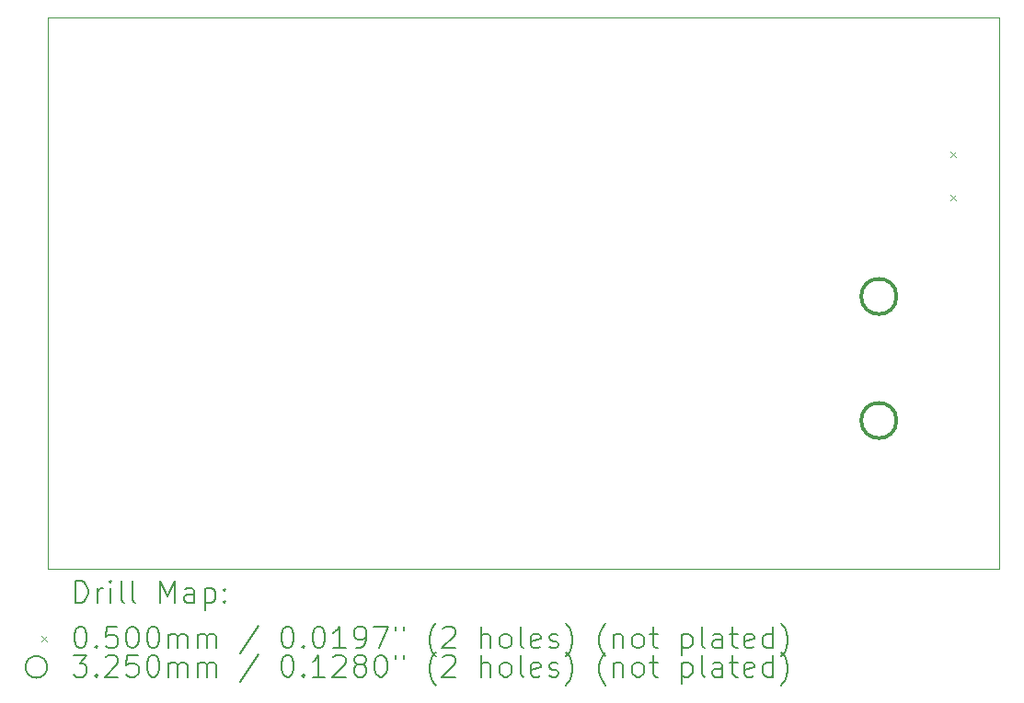
<source format=gbr>
%TF.GenerationSoftware,KiCad,Pcbnew,8.0.4*%
%TF.CreationDate,2024-09-14T16:47:45+09:00*%
%TF.ProjectId,100base-t1-converter,31303062-6173-4652-9d74-312d636f6e76,rev?*%
%TF.SameCoordinates,Original*%
%TF.FileFunction,Drillmap*%
%TF.FilePolarity,Positive*%
%FSLAX45Y45*%
G04 Gerber Fmt 4.5, Leading zero omitted, Abs format (unit mm)*
G04 Created by KiCad (PCBNEW 8.0.4) date 2024-09-14 16:47:45*
%MOMM*%
%LPD*%
G01*
G04 APERTURE LIST*
%ADD10C,0.050000*%
%ADD11C,0.200000*%
%ADD12C,0.100000*%
%ADD13C,0.325000*%
G04 APERTURE END LIST*
D10*
X16480000Y-12160000D02*
X25240000Y-12160000D01*
X16480000Y-7080000D02*
X16480000Y-12160000D01*
X25240000Y-7080000D02*
X16480000Y-7080000D01*
X25240000Y-12160000D02*
X25240000Y-7080000D01*
D11*
D12*
X24787000Y-8317000D02*
X24837000Y-8367000D01*
X24837000Y-8317000D02*
X24787000Y-8367000D01*
X24787000Y-8717000D02*
X24837000Y-8767000D01*
X24837000Y-8717000D02*
X24787000Y-8767000D01*
D13*
X24293500Y-9652500D02*
G75*
G02*
X23968500Y-9652500I-162500J0D01*
G01*
X23968500Y-9652500D02*
G75*
G02*
X24293500Y-9652500I162500J0D01*
G01*
X24293500Y-10795500D02*
G75*
G02*
X23968500Y-10795500I-162500J0D01*
G01*
X23968500Y-10795500D02*
G75*
G02*
X24293500Y-10795500I162500J0D01*
G01*
D11*
X16738277Y-12473984D02*
X16738277Y-12273984D01*
X16738277Y-12273984D02*
X16785896Y-12273984D01*
X16785896Y-12273984D02*
X16814467Y-12283508D01*
X16814467Y-12283508D02*
X16833515Y-12302555D01*
X16833515Y-12302555D02*
X16843039Y-12321603D01*
X16843039Y-12321603D02*
X16852563Y-12359698D01*
X16852563Y-12359698D02*
X16852563Y-12388269D01*
X16852563Y-12388269D02*
X16843039Y-12426365D01*
X16843039Y-12426365D02*
X16833515Y-12445412D01*
X16833515Y-12445412D02*
X16814467Y-12464460D01*
X16814467Y-12464460D02*
X16785896Y-12473984D01*
X16785896Y-12473984D02*
X16738277Y-12473984D01*
X16938277Y-12473984D02*
X16938277Y-12340650D01*
X16938277Y-12378746D02*
X16947801Y-12359698D01*
X16947801Y-12359698D02*
X16957324Y-12350174D01*
X16957324Y-12350174D02*
X16976372Y-12340650D01*
X16976372Y-12340650D02*
X16995420Y-12340650D01*
X17062086Y-12473984D02*
X17062086Y-12340650D01*
X17062086Y-12273984D02*
X17052563Y-12283508D01*
X17052563Y-12283508D02*
X17062086Y-12293031D01*
X17062086Y-12293031D02*
X17071610Y-12283508D01*
X17071610Y-12283508D02*
X17062086Y-12273984D01*
X17062086Y-12273984D02*
X17062086Y-12293031D01*
X17185896Y-12473984D02*
X17166848Y-12464460D01*
X17166848Y-12464460D02*
X17157324Y-12445412D01*
X17157324Y-12445412D02*
X17157324Y-12273984D01*
X17290658Y-12473984D02*
X17271610Y-12464460D01*
X17271610Y-12464460D02*
X17262086Y-12445412D01*
X17262086Y-12445412D02*
X17262086Y-12273984D01*
X17519229Y-12473984D02*
X17519229Y-12273984D01*
X17519229Y-12273984D02*
X17585896Y-12416841D01*
X17585896Y-12416841D02*
X17652563Y-12273984D01*
X17652563Y-12273984D02*
X17652563Y-12473984D01*
X17833515Y-12473984D02*
X17833515Y-12369222D01*
X17833515Y-12369222D02*
X17823991Y-12350174D01*
X17823991Y-12350174D02*
X17804944Y-12340650D01*
X17804944Y-12340650D02*
X17766848Y-12340650D01*
X17766848Y-12340650D02*
X17747801Y-12350174D01*
X17833515Y-12464460D02*
X17814467Y-12473984D01*
X17814467Y-12473984D02*
X17766848Y-12473984D01*
X17766848Y-12473984D02*
X17747801Y-12464460D01*
X17747801Y-12464460D02*
X17738277Y-12445412D01*
X17738277Y-12445412D02*
X17738277Y-12426365D01*
X17738277Y-12426365D02*
X17747801Y-12407317D01*
X17747801Y-12407317D02*
X17766848Y-12397793D01*
X17766848Y-12397793D02*
X17814467Y-12397793D01*
X17814467Y-12397793D02*
X17833515Y-12388269D01*
X17928753Y-12340650D02*
X17928753Y-12540650D01*
X17928753Y-12350174D02*
X17947801Y-12340650D01*
X17947801Y-12340650D02*
X17985896Y-12340650D01*
X17985896Y-12340650D02*
X18004944Y-12350174D01*
X18004944Y-12350174D02*
X18014467Y-12359698D01*
X18014467Y-12359698D02*
X18023991Y-12378746D01*
X18023991Y-12378746D02*
X18023991Y-12435888D01*
X18023991Y-12435888D02*
X18014467Y-12454936D01*
X18014467Y-12454936D02*
X18004944Y-12464460D01*
X18004944Y-12464460D02*
X17985896Y-12473984D01*
X17985896Y-12473984D02*
X17947801Y-12473984D01*
X17947801Y-12473984D02*
X17928753Y-12464460D01*
X18109705Y-12454936D02*
X18119229Y-12464460D01*
X18119229Y-12464460D02*
X18109705Y-12473984D01*
X18109705Y-12473984D02*
X18100182Y-12464460D01*
X18100182Y-12464460D02*
X18109705Y-12454936D01*
X18109705Y-12454936D02*
X18109705Y-12473984D01*
X18109705Y-12350174D02*
X18119229Y-12359698D01*
X18119229Y-12359698D02*
X18109705Y-12369222D01*
X18109705Y-12369222D02*
X18100182Y-12359698D01*
X18100182Y-12359698D02*
X18109705Y-12350174D01*
X18109705Y-12350174D02*
X18109705Y-12369222D01*
D12*
X16427500Y-12777500D02*
X16477500Y-12827500D01*
X16477500Y-12777500D02*
X16427500Y-12827500D01*
D11*
X16776372Y-12693984D02*
X16795420Y-12693984D01*
X16795420Y-12693984D02*
X16814467Y-12703508D01*
X16814467Y-12703508D02*
X16823991Y-12713031D01*
X16823991Y-12713031D02*
X16833515Y-12732079D01*
X16833515Y-12732079D02*
X16843039Y-12770174D01*
X16843039Y-12770174D02*
X16843039Y-12817793D01*
X16843039Y-12817793D02*
X16833515Y-12855888D01*
X16833515Y-12855888D02*
X16823991Y-12874936D01*
X16823991Y-12874936D02*
X16814467Y-12884460D01*
X16814467Y-12884460D02*
X16795420Y-12893984D01*
X16795420Y-12893984D02*
X16776372Y-12893984D01*
X16776372Y-12893984D02*
X16757324Y-12884460D01*
X16757324Y-12884460D02*
X16747801Y-12874936D01*
X16747801Y-12874936D02*
X16738277Y-12855888D01*
X16738277Y-12855888D02*
X16728753Y-12817793D01*
X16728753Y-12817793D02*
X16728753Y-12770174D01*
X16728753Y-12770174D02*
X16738277Y-12732079D01*
X16738277Y-12732079D02*
X16747801Y-12713031D01*
X16747801Y-12713031D02*
X16757324Y-12703508D01*
X16757324Y-12703508D02*
X16776372Y-12693984D01*
X16928753Y-12874936D02*
X16938277Y-12884460D01*
X16938277Y-12884460D02*
X16928753Y-12893984D01*
X16928753Y-12893984D02*
X16919229Y-12884460D01*
X16919229Y-12884460D02*
X16928753Y-12874936D01*
X16928753Y-12874936D02*
X16928753Y-12893984D01*
X17119229Y-12693984D02*
X17023991Y-12693984D01*
X17023991Y-12693984D02*
X17014467Y-12789222D01*
X17014467Y-12789222D02*
X17023991Y-12779698D01*
X17023991Y-12779698D02*
X17043039Y-12770174D01*
X17043039Y-12770174D02*
X17090658Y-12770174D01*
X17090658Y-12770174D02*
X17109705Y-12779698D01*
X17109705Y-12779698D02*
X17119229Y-12789222D01*
X17119229Y-12789222D02*
X17128753Y-12808269D01*
X17128753Y-12808269D02*
X17128753Y-12855888D01*
X17128753Y-12855888D02*
X17119229Y-12874936D01*
X17119229Y-12874936D02*
X17109705Y-12884460D01*
X17109705Y-12884460D02*
X17090658Y-12893984D01*
X17090658Y-12893984D02*
X17043039Y-12893984D01*
X17043039Y-12893984D02*
X17023991Y-12884460D01*
X17023991Y-12884460D02*
X17014467Y-12874936D01*
X17252563Y-12693984D02*
X17271610Y-12693984D01*
X17271610Y-12693984D02*
X17290658Y-12703508D01*
X17290658Y-12703508D02*
X17300182Y-12713031D01*
X17300182Y-12713031D02*
X17309705Y-12732079D01*
X17309705Y-12732079D02*
X17319229Y-12770174D01*
X17319229Y-12770174D02*
X17319229Y-12817793D01*
X17319229Y-12817793D02*
X17309705Y-12855888D01*
X17309705Y-12855888D02*
X17300182Y-12874936D01*
X17300182Y-12874936D02*
X17290658Y-12884460D01*
X17290658Y-12884460D02*
X17271610Y-12893984D01*
X17271610Y-12893984D02*
X17252563Y-12893984D01*
X17252563Y-12893984D02*
X17233515Y-12884460D01*
X17233515Y-12884460D02*
X17223991Y-12874936D01*
X17223991Y-12874936D02*
X17214467Y-12855888D01*
X17214467Y-12855888D02*
X17204944Y-12817793D01*
X17204944Y-12817793D02*
X17204944Y-12770174D01*
X17204944Y-12770174D02*
X17214467Y-12732079D01*
X17214467Y-12732079D02*
X17223991Y-12713031D01*
X17223991Y-12713031D02*
X17233515Y-12703508D01*
X17233515Y-12703508D02*
X17252563Y-12693984D01*
X17443039Y-12693984D02*
X17462086Y-12693984D01*
X17462086Y-12693984D02*
X17481134Y-12703508D01*
X17481134Y-12703508D02*
X17490658Y-12713031D01*
X17490658Y-12713031D02*
X17500182Y-12732079D01*
X17500182Y-12732079D02*
X17509705Y-12770174D01*
X17509705Y-12770174D02*
X17509705Y-12817793D01*
X17509705Y-12817793D02*
X17500182Y-12855888D01*
X17500182Y-12855888D02*
X17490658Y-12874936D01*
X17490658Y-12874936D02*
X17481134Y-12884460D01*
X17481134Y-12884460D02*
X17462086Y-12893984D01*
X17462086Y-12893984D02*
X17443039Y-12893984D01*
X17443039Y-12893984D02*
X17423991Y-12884460D01*
X17423991Y-12884460D02*
X17414467Y-12874936D01*
X17414467Y-12874936D02*
X17404944Y-12855888D01*
X17404944Y-12855888D02*
X17395420Y-12817793D01*
X17395420Y-12817793D02*
X17395420Y-12770174D01*
X17395420Y-12770174D02*
X17404944Y-12732079D01*
X17404944Y-12732079D02*
X17414467Y-12713031D01*
X17414467Y-12713031D02*
X17423991Y-12703508D01*
X17423991Y-12703508D02*
X17443039Y-12693984D01*
X17595420Y-12893984D02*
X17595420Y-12760650D01*
X17595420Y-12779698D02*
X17604944Y-12770174D01*
X17604944Y-12770174D02*
X17623991Y-12760650D01*
X17623991Y-12760650D02*
X17652563Y-12760650D01*
X17652563Y-12760650D02*
X17671610Y-12770174D01*
X17671610Y-12770174D02*
X17681134Y-12789222D01*
X17681134Y-12789222D02*
X17681134Y-12893984D01*
X17681134Y-12789222D02*
X17690658Y-12770174D01*
X17690658Y-12770174D02*
X17709705Y-12760650D01*
X17709705Y-12760650D02*
X17738277Y-12760650D01*
X17738277Y-12760650D02*
X17757325Y-12770174D01*
X17757325Y-12770174D02*
X17766848Y-12789222D01*
X17766848Y-12789222D02*
X17766848Y-12893984D01*
X17862086Y-12893984D02*
X17862086Y-12760650D01*
X17862086Y-12779698D02*
X17871610Y-12770174D01*
X17871610Y-12770174D02*
X17890658Y-12760650D01*
X17890658Y-12760650D02*
X17919229Y-12760650D01*
X17919229Y-12760650D02*
X17938277Y-12770174D01*
X17938277Y-12770174D02*
X17947801Y-12789222D01*
X17947801Y-12789222D02*
X17947801Y-12893984D01*
X17947801Y-12789222D02*
X17957325Y-12770174D01*
X17957325Y-12770174D02*
X17976372Y-12760650D01*
X17976372Y-12760650D02*
X18004944Y-12760650D01*
X18004944Y-12760650D02*
X18023991Y-12770174D01*
X18023991Y-12770174D02*
X18033515Y-12789222D01*
X18033515Y-12789222D02*
X18033515Y-12893984D01*
X18423991Y-12684460D02*
X18252563Y-12941603D01*
X18681134Y-12693984D02*
X18700182Y-12693984D01*
X18700182Y-12693984D02*
X18719229Y-12703508D01*
X18719229Y-12703508D02*
X18728753Y-12713031D01*
X18728753Y-12713031D02*
X18738277Y-12732079D01*
X18738277Y-12732079D02*
X18747801Y-12770174D01*
X18747801Y-12770174D02*
X18747801Y-12817793D01*
X18747801Y-12817793D02*
X18738277Y-12855888D01*
X18738277Y-12855888D02*
X18728753Y-12874936D01*
X18728753Y-12874936D02*
X18719229Y-12884460D01*
X18719229Y-12884460D02*
X18700182Y-12893984D01*
X18700182Y-12893984D02*
X18681134Y-12893984D01*
X18681134Y-12893984D02*
X18662087Y-12884460D01*
X18662087Y-12884460D02*
X18652563Y-12874936D01*
X18652563Y-12874936D02*
X18643039Y-12855888D01*
X18643039Y-12855888D02*
X18633515Y-12817793D01*
X18633515Y-12817793D02*
X18633515Y-12770174D01*
X18633515Y-12770174D02*
X18643039Y-12732079D01*
X18643039Y-12732079D02*
X18652563Y-12713031D01*
X18652563Y-12713031D02*
X18662087Y-12703508D01*
X18662087Y-12703508D02*
X18681134Y-12693984D01*
X18833515Y-12874936D02*
X18843039Y-12884460D01*
X18843039Y-12884460D02*
X18833515Y-12893984D01*
X18833515Y-12893984D02*
X18823991Y-12884460D01*
X18823991Y-12884460D02*
X18833515Y-12874936D01*
X18833515Y-12874936D02*
X18833515Y-12893984D01*
X18966848Y-12693984D02*
X18985896Y-12693984D01*
X18985896Y-12693984D02*
X19004944Y-12703508D01*
X19004944Y-12703508D02*
X19014468Y-12713031D01*
X19014468Y-12713031D02*
X19023991Y-12732079D01*
X19023991Y-12732079D02*
X19033515Y-12770174D01*
X19033515Y-12770174D02*
X19033515Y-12817793D01*
X19033515Y-12817793D02*
X19023991Y-12855888D01*
X19023991Y-12855888D02*
X19014468Y-12874936D01*
X19014468Y-12874936D02*
X19004944Y-12884460D01*
X19004944Y-12884460D02*
X18985896Y-12893984D01*
X18985896Y-12893984D02*
X18966848Y-12893984D01*
X18966848Y-12893984D02*
X18947801Y-12884460D01*
X18947801Y-12884460D02*
X18938277Y-12874936D01*
X18938277Y-12874936D02*
X18928753Y-12855888D01*
X18928753Y-12855888D02*
X18919229Y-12817793D01*
X18919229Y-12817793D02*
X18919229Y-12770174D01*
X18919229Y-12770174D02*
X18928753Y-12732079D01*
X18928753Y-12732079D02*
X18938277Y-12713031D01*
X18938277Y-12713031D02*
X18947801Y-12703508D01*
X18947801Y-12703508D02*
X18966848Y-12693984D01*
X19223991Y-12893984D02*
X19109706Y-12893984D01*
X19166848Y-12893984D02*
X19166848Y-12693984D01*
X19166848Y-12693984D02*
X19147801Y-12722555D01*
X19147801Y-12722555D02*
X19128753Y-12741603D01*
X19128753Y-12741603D02*
X19109706Y-12751127D01*
X19319229Y-12893984D02*
X19357325Y-12893984D01*
X19357325Y-12893984D02*
X19376372Y-12884460D01*
X19376372Y-12884460D02*
X19385896Y-12874936D01*
X19385896Y-12874936D02*
X19404944Y-12846365D01*
X19404944Y-12846365D02*
X19414468Y-12808269D01*
X19414468Y-12808269D02*
X19414468Y-12732079D01*
X19414468Y-12732079D02*
X19404944Y-12713031D01*
X19404944Y-12713031D02*
X19395420Y-12703508D01*
X19395420Y-12703508D02*
X19376372Y-12693984D01*
X19376372Y-12693984D02*
X19338277Y-12693984D01*
X19338277Y-12693984D02*
X19319229Y-12703508D01*
X19319229Y-12703508D02*
X19309706Y-12713031D01*
X19309706Y-12713031D02*
X19300182Y-12732079D01*
X19300182Y-12732079D02*
X19300182Y-12779698D01*
X19300182Y-12779698D02*
X19309706Y-12798746D01*
X19309706Y-12798746D02*
X19319229Y-12808269D01*
X19319229Y-12808269D02*
X19338277Y-12817793D01*
X19338277Y-12817793D02*
X19376372Y-12817793D01*
X19376372Y-12817793D02*
X19395420Y-12808269D01*
X19395420Y-12808269D02*
X19404944Y-12798746D01*
X19404944Y-12798746D02*
X19414468Y-12779698D01*
X19481134Y-12693984D02*
X19614468Y-12693984D01*
X19614468Y-12693984D02*
X19528753Y-12893984D01*
X19681134Y-12693984D02*
X19681134Y-12732079D01*
X19757325Y-12693984D02*
X19757325Y-12732079D01*
X20052563Y-12970174D02*
X20043039Y-12960650D01*
X20043039Y-12960650D02*
X20023991Y-12932079D01*
X20023991Y-12932079D02*
X20014468Y-12913031D01*
X20014468Y-12913031D02*
X20004944Y-12884460D01*
X20004944Y-12884460D02*
X19995420Y-12836841D01*
X19995420Y-12836841D02*
X19995420Y-12798746D01*
X19995420Y-12798746D02*
X20004944Y-12751127D01*
X20004944Y-12751127D02*
X20014468Y-12722555D01*
X20014468Y-12722555D02*
X20023991Y-12703508D01*
X20023991Y-12703508D02*
X20043039Y-12674936D01*
X20043039Y-12674936D02*
X20052563Y-12665412D01*
X20119230Y-12713031D02*
X20128753Y-12703508D01*
X20128753Y-12703508D02*
X20147801Y-12693984D01*
X20147801Y-12693984D02*
X20195420Y-12693984D01*
X20195420Y-12693984D02*
X20214468Y-12703508D01*
X20214468Y-12703508D02*
X20223991Y-12713031D01*
X20223991Y-12713031D02*
X20233515Y-12732079D01*
X20233515Y-12732079D02*
X20233515Y-12751127D01*
X20233515Y-12751127D02*
X20223991Y-12779698D01*
X20223991Y-12779698D02*
X20109706Y-12893984D01*
X20109706Y-12893984D02*
X20233515Y-12893984D01*
X20471611Y-12893984D02*
X20471611Y-12693984D01*
X20557325Y-12893984D02*
X20557325Y-12789222D01*
X20557325Y-12789222D02*
X20547801Y-12770174D01*
X20547801Y-12770174D02*
X20528753Y-12760650D01*
X20528753Y-12760650D02*
X20500182Y-12760650D01*
X20500182Y-12760650D02*
X20481134Y-12770174D01*
X20481134Y-12770174D02*
X20471611Y-12779698D01*
X20681134Y-12893984D02*
X20662087Y-12884460D01*
X20662087Y-12884460D02*
X20652563Y-12874936D01*
X20652563Y-12874936D02*
X20643039Y-12855888D01*
X20643039Y-12855888D02*
X20643039Y-12798746D01*
X20643039Y-12798746D02*
X20652563Y-12779698D01*
X20652563Y-12779698D02*
X20662087Y-12770174D01*
X20662087Y-12770174D02*
X20681134Y-12760650D01*
X20681134Y-12760650D02*
X20709706Y-12760650D01*
X20709706Y-12760650D02*
X20728753Y-12770174D01*
X20728753Y-12770174D02*
X20738277Y-12779698D01*
X20738277Y-12779698D02*
X20747801Y-12798746D01*
X20747801Y-12798746D02*
X20747801Y-12855888D01*
X20747801Y-12855888D02*
X20738277Y-12874936D01*
X20738277Y-12874936D02*
X20728753Y-12884460D01*
X20728753Y-12884460D02*
X20709706Y-12893984D01*
X20709706Y-12893984D02*
X20681134Y-12893984D01*
X20862087Y-12893984D02*
X20843039Y-12884460D01*
X20843039Y-12884460D02*
X20833515Y-12865412D01*
X20833515Y-12865412D02*
X20833515Y-12693984D01*
X21014468Y-12884460D02*
X20995420Y-12893984D01*
X20995420Y-12893984D02*
X20957325Y-12893984D01*
X20957325Y-12893984D02*
X20938277Y-12884460D01*
X20938277Y-12884460D02*
X20928753Y-12865412D01*
X20928753Y-12865412D02*
X20928753Y-12789222D01*
X20928753Y-12789222D02*
X20938277Y-12770174D01*
X20938277Y-12770174D02*
X20957325Y-12760650D01*
X20957325Y-12760650D02*
X20995420Y-12760650D01*
X20995420Y-12760650D02*
X21014468Y-12770174D01*
X21014468Y-12770174D02*
X21023992Y-12789222D01*
X21023992Y-12789222D02*
X21023992Y-12808269D01*
X21023992Y-12808269D02*
X20928753Y-12827317D01*
X21100182Y-12884460D02*
X21119230Y-12893984D01*
X21119230Y-12893984D02*
X21157325Y-12893984D01*
X21157325Y-12893984D02*
X21176373Y-12884460D01*
X21176373Y-12884460D02*
X21185896Y-12865412D01*
X21185896Y-12865412D02*
X21185896Y-12855888D01*
X21185896Y-12855888D02*
X21176373Y-12836841D01*
X21176373Y-12836841D02*
X21157325Y-12827317D01*
X21157325Y-12827317D02*
X21128753Y-12827317D01*
X21128753Y-12827317D02*
X21109706Y-12817793D01*
X21109706Y-12817793D02*
X21100182Y-12798746D01*
X21100182Y-12798746D02*
X21100182Y-12789222D01*
X21100182Y-12789222D02*
X21109706Y-12770174D01*
X21109706Y-12770174D02*
X21128753Y-12760650D01*
X21128753Y-12760650D02*
X21157325Y-12760650D01*
X21157325Y-12760650D02*
X21176373Y-12770174D01*
X21252563Y-12970174D02*
X21262087Y-12960650D01*
X21262087Y-12960650D02*
X21281134Y-12932079D01*
X21281134Y-12932079D02*
X21290658Y-12913031D01*
X21290658Y-12913031D02*
X21300182Y-12884460D01*
X21300182Y-12884460D02*
X21309706Y-12836841D01*
X21309706Y-12836841D02*
X21309706Y-12798746D01*
X21309706Y-12798746D02*
X21300182Y-12751127D01*
X21300182Y-12751127D02*
X21290658Y-12722555D01*
X21290658Y-12722555D02*
X21281134Y-12703508D01*
X21281134Y-12703508D02*
X21262087Y-12674936D01*
X21262087Y-12674936D02*
X21252563Y-12665412D01*
X21614468Y-12970174D02*
X21604944Y-12960650D01*
X21604944Y-12960650D02*
X21585896Y-12932079D01*
X21585896Y-12932079D02*
X21576373Y-12913031D01*
X21576373Y-12913031D02*
X21566849Y-12884460D01*
X21566849Y-12884460D02*
X21557325Y-12836841D01*
X21557325Y-12836841D02*
X21557325Y-12798746D01*
X21557325Y-12798746D02*
X21566849Y-12751127D01*
X21566849Y-12751127D02*
X21576373Y-12722555D01*
X21576373Y-12722555D02*
X21585896Y-12703508D01*
X21585896Y-12703508D02*
X21604944Y-12674936D01*
X21604944Y-12674936D02*
X21614468Y-12665412D01*
X21690658Y-12760650D02*
X21690658Y-12893984D01*
X21690658Y-12779698D02*
X21700182Y-12770174D01*
X21700182Y-12770174D02*
X21719230Y-12760650D01*
X21719230Y-12760650D02*
X21747801Y-12760650D01*
X21747801Y-12760650D02*
X21766849Y-12770174D01*
X21766849Y-12770174D02*
X21776373Y-12789222D01*
X21776373Y-12789222D02*
X21776373Y-12893984D01*
X21900182Y-12893984D02*
X21881134Y-12884460D01*
X21881134Y-12884460D02*
X21871611Y-12874936D01*
X21871611Y-12874936D02*
X21862087Y-12855888D01*
X21862087Y-12855888D02*
X21862087Y-12798746D01*
X21862087Y-12798746D02*
X21871611Y-12779698D01*
X21871611Y-12779698D02*
X21881134Y-12770174D01*
X21881134Y-12770174D02*
X21900182Y-12760650D01*
X21900182Y-12760650D02*
X21928754Y-12760650D01*
X21928754Y-12760650D02*
X21947801Y-12770174D01*
X21947801Y-12770174D02*
X21957325Y-12779698D01*
X21957325Y-12779698D02*
X21966849Y-12798746D01*
X21966849Y-12798746D02*
X21966849Y-12855888D01*
X21966849Y-12855888D02*
X21957325Y-12874936D01*
X21957325Y-12874936D02*
X21947801Y-12884460D01*
X21947801Y-12884460D02*
X21928754Y-12893984D01*
X21928754Y-12893984D02*
X21900182Y-12893984D01*
X22023992Y-12760650D02*
X22100182Y-12760650D01*
X22052563Y-12693984D02*
X22052563Y-12865412D01*
X22052563Y-12865412D02*
X22062087Y-12884460D01*
X22062087Y-12884460D02*
X22081134Y-12893984D01*
X22081134Y-12893984D02*
X22100182Y-12893984D01*
X22319230Y-12760650D02*
X22319230Y-12960650D01*
X22319230Y-12770174D02*
X22338277Y-12760650D01*
X22338277Y-12760650D02*
X22376373Y-12760650D01*
X22376373Y-12760650D02*
X22395420Y-12770174D01*
X22395420Y-12770174D02*
X22404944Y-12779698D01*
X22404944Y-12779698D02*
X22414468Y-12798746D01*
X22414468Y-12798746D02*
X22414468Y-12855888D01*
X22414468Y-12855888D02*
X22404944Y-12874936D01*
X22404944Y-12874936D02*
X22395420Y-12884460D01*
X22395420Y-12884460D02*
X22376373Y-12893984D01*
X22376373Y-12893984D02*
X22338277Y-12893984D01*
X22338277Y-12893984D02*
X22319230Y-12884460D01*
X22528753Y-12893984D02*
X22509706Y-12884460D01*
X22509706Y-12884460D02*
X22500182Y-12865412D01*
X22500182Y-12865412D02*
X22500182Y-12693984D01*
X22690658Y-12893984D02*
X22690658Y-12789222D01*
X22690658Y-12789222D02*
X22681134Y-12770174D01*
X22681134Y-12770174D02*
X22662087Y-12760650D01*
X22662087Y-12760650D02*
X22623992Y-12760650D01*
X22623992Y-12760650D02*
X22604944Y-12770174D01*
X22690658Y-12884460D02*
X22671611Y-12893984D01*
X22671611Y-12893984D02*
X22623992Y-12893984D01*
X22623992Y-12893984D02*
X22604944Y-12884460D01*
X22604944Y-12884460D02*
X22595420Y-12865412D01*
X22595420Y-12865412D02*
X22595420Y-12846365D01*
X22595420Y-12846365D02*
X22604944Y-12827317D01*
X22604944Y-12827317D02*
X22623992Y-12817793D01*
X22623992Y-12817793D02*
X22671611Y-12817793D01*
X22671611Y-12817793D02*
X22690658Y-12808269D01*
X22757325Y-12760650D02*
X22833515Y-12760650D01*
X22785896Y-12693984D02*
X22785896Y-12865412D01*
X22785896Y-12865412D02*
X22795420Y-12884460D01*
X22795420Y-12884460D02*
X22814468Y-12893984D01*
X22814468Y-12893984D02*
X22833515Y-12893984D01*
X22976373Y-12884460D02*
X22957325Y-12893984D01*
X22957325Y-12893984D02*
X22919230Y-12893984D01*
X22919230Y-12893984D02*
X22900182Y-12884460D01*
X22900182Y-12884460D02*
X22890658Y-12865412D01*
X22890658Y-12865412D02*
X22890658Y-12789222D01*
X22890658Y-12789222D02*
X22900182Y-12770174D01*
X22900182Y-12770174D02*
X22919230Y-12760650D01*
X22919230Y-12760650D02*
X22957325Y-12760650D01*
X22957325Y-12760650D02*
X22976373Y-12770174D01*
X22976373Y-12770174D02*
X22985896Y-12789222D01*
X22985896Y-12789222D02*
X22985896Y-12808269D01*
X22985896Y-12808269D02*
X22890658Y-12827317D01*
X23157325Y-12893984D02*
X23157325Y-12693984D01*
X23157325Y-12884460D02*
X23138277Y-12893984D01*
X23138277Y-12893984D02*
X23100182Y-12893984D01*
X23100182Y-12893984D02*
X23081134Y-12884460D01*
X23081134Y-12884460D02*
X23071611Y-12874936D01*
X23071611Y-12874936D02*
X23062087Y-12855888D01*
X23062087Y-12855888D02*
X23062087Y-12798746D01*
X23062087Y-12798746D02*
X23071611Y-12779698D01*
X23071611Y-12779698D02*
X23081134Y-12770174D01*
X23081134Y-12770174D02*
X23100182Y-12760650D01*
X23100182Y-12760650D02*
X23138277Y-12760650D01*
X23138277Y-12760650D02*
X23157325Y-12770174D01*
X23233515Y-12970174D02*
X23243039Y-12960650D01*
X23243039Y-12960650D02*
X23262087Y-12932079D01*
X23262087Y-12932079D02*
X23271611Y-12913031D01*
X23271611Y-12913031D02*
X23281134Y-12884460D01*
X23281134Y-12884460D02*
X23290658Y-12836841D01*
X23290658Y-12836841D02*
X23290658Y-12798746D01*
X23290658Y-12798746D02*
X23281134Y-12751127D01*
X23281134Y-12751127D02*
X23271611Y-12722555D01*
X23271611Y-12722555D02*
X23262087Y-12703508D01*
X23262087Y-12703508D02*
X23243039Y-12674936D01*
X23243039Y-12674936D02*
X23233515Y-12665412D01*
X16477500Y-13066500D02*
G75*
G02*
X16277500Y-13066500I-100000J0D01*
G01*
X16277500Y-13066500D02*
G75*
G02*
X16477500Y-13066500I100000J0D01*
G01*
X16719229Y-12957984D02*
X16843039Y-12957984D01*
X16843039Y-12957984D02*
X16776372Y-13034174D01*
X16776372Y-13034174D02*
X16804944Y-13034174D01*
X16804944Y-13034174D02*
X16823991Y-13043698D01*
X16823991Y-13043698D02*
X16833515Y-13053222D01*
X16833515Y-13053222D02*
X16843039Y-13072269D01*
X16843039Y-13072269D02*
X16843039Y-13119888D01*
X16843039Y-13119888D02*
X16833515Y-13138936D01*
X16833515Y-13138936D02*
X16823991Y-13148460D01*
X16823991Y-13148460D02*
X16804944Y-13157984D01*
X16804944Y-13157984D02*
X16747801Y-13157984D01*
X16747801Y-13157984D02*
X16728753Y-13148460D01*
X16728753Y-13148460D02*
X16719229Y-13138936D01*
X16928753Y-13138936D02*
X16938277Y-13148460D01*
X16938277Y-13148460D02*
X16928753Y-13157984D01*
X16928753Y-13157984D02*
X16919229Y-13148460D01*
X16919229Y-13148460D02*
X16928753Y-13138936D01*
X16928753Y-13138936D02*
X16928753Y-13157984D01*
X17014467Y-12977031D02*
X17023991Y-12967508D01*
X17023991Y-12967508D02*
X17043039Y-12957984D01*
X17043039Y-12957984D02*
X17090658Y-12957984D01*
X17090658Y-12957984D02*
X17109705Y-12967508D01*
X17109705Y-12967508D02*
X17119229Y-12977031D01*
X17119229Y-12977031D02*
X17128753Y-12996079D01*
X17128753Y-12996079D02*
X17128753Y-13015127D01*
X17128753Y-13015127D02*
X17119229Y-13043698D01*
X17119229Y-13043698D02*
X17004944Y-13157984D01*
X17004944Y-13157984D02*
X17128753Y-13157984D01*
X17309705Y-12957984D02*
X17214467Y-12957984D01*
X17214467Y-12957984D02*
X17204944Y-13053222D01*
X17204944Y-13053222D02*
X17214467Y-13043698D01*
X17214467Y-13043698D02*
X17233515Y-13034174D01*
X17233515Y-13034174D02*
X17281134Y-13034174D01*
X17281134Y-13034174D02*
X17300182Y-13043698D01*
X17300182Y-13043698D02*
X17309705Y-13053222D01*
X17309705Y-13053222D02*
X17319229Y-13072269D01*
X17319229Y-13072269D02*
X17319229Y-13119888D01*
X17319229Y-13119888D02*
X17309705Y-13138936D01*
X17309705Y-13138936D02*
X17300182Y-13148460D01*
X17300182Y-13148460D02*
X17281134Y-13157984D01*
X17281134Y-13157984D02*
X17233515Y-13157984D01*
X17233515Y-13157984D02*
X17214467Y-13148460D01*
X17214467Y-13148460D02*
X17204944Y-13138936D01*
X17443039Y-12957984D02*
X17462086Y-12957984D01*
X17462086Y-12957984D02*
X17481134Y-12967508D01*
X17481134Y-12967508D02*
X17490658Y-12977031D01*
X17490658Y-12977031D02*
X17500182Y-12996079D01*
X17500182Y-12996079D02*
X17509705Y-13034174D01*
X17509705Y-13034174D02*
X17509705Y-13081793D01*
X17509705Y-13081793D02*
X17500182Y-13119888D01*
X17500182Y-13119888D02*
X17490658Y-13138936D01*
X17490658Y-13138936D02*
X17481134Y-13148460D01*
X17481134Y-13148460D02*
X17462086Y-13157984D01*
X17462086Y-13157984D02*
X17443039Y-13157984D01*
X17443039Y-13157984D02*
X17423991Y-13148460D01*
X17423991Y-13148460D02*
X17414467Y-13138936D01*
X17414467Y-13138936D02*
X17404944Y-13119888D01*
X17404944Y-13119888D02*
X17395420Y-13081793D01*
X17395420Y-13081793D02*
X17395420Y-13034174D01*
X17395420Y-13034174D02*
X17404944Y-12996079D01*
X17404944Y-12996079D02*
X17414467Y-12977031D01*
X17414467Y-12977031D02*
X17423991Y-12967508D01*
X17423991Y-12967508D02*
X17443039Y-12957984D01*
X17595420Y-13157984D02*
X17595420Y-13024650D01*
X17595420Y-13043698D02*
X17604944Y-13034174D01*
X17604944Y-13034174D02*
X17623991Y-13024650D01*
X17623991Y-13024650D02*
X17652563Y-13024650D01*
X17652563Y-13024650D02*
X17671610Y-13034174D01*
X17671610Y-13034174D02*
X17681134Y-13053222D01*
X17681134Y-13053222D02*
X17681134Y-13157984D01*
X17681134Y-13053222D02*
X17690658Y-13034174D01*
X17690658Y-13034174D02*
X17709705Y-13024650D01*
X17709705Y-13024650D02*
X17738277Y-13024650D01*
X17738277Y-13024650D02*
X17757325Y-13034174D01*
X17757325Y-13034174D02*
X17766848Y-13053222D01*
X17766848Y-13053222D02*
X17766848Y-13157984D01*
X17862086Y-13157984D02*
X17862086Y-13024650D01*
X17862086Y-13043698D02*
X17871610Y-13034174D01*
X17871610Y-13034174D02*
X17890658Y-13024650D01*
X17890658Y-13024650D02*
X17919229Y-13024650D01*
X17919229Y-13024650D02*
X17938277Y-13034174D01*
X17938277Y-13034174D02*
X17947801Y-13053222D01*
X17947801Y-13053222D02*
X17947801Y-13157984D01*
X17947801Y-13053222D02*
X17957325Y-13034174D01*
X17957325Y-13034174D02*
X17976372Y-13024650D01*
X17976372Y-13024650D02*
X18004944Y-13024650D01*
X18004944Y-13024650D02*
X18023991Y-13034174D01*
X18023991Y-13034174D02*
X18033515Y-13053222D01*
X18033515Y-13053222D02*
X18033515Y-13157984D01*
X18423991Y-12948460D02*
X18252563Y-13205603D01*
X18681134Y-12957984D02*
X18700182Y-12957984D01*
X18700182Y-12957984D02*
X18719229Y-12967508D01*
X18719229Y-12967508D02*
X18728753Y-12977031D01*
X18728753Y-12977031D02*
X18738277Y-12996079D01*
X18738277Y-12996079D02*
X18747801Y-13034174D01*
X18747801Y-13034174D02*
X18747801Y-13081793D01*
X18747801Y-13081793D02*
X18738277Y-13119888D01*
X18738277Y-13119888D02*
X18728753Y-13138936D01*
X18728753Y-13138936D02*
X18719229Y-13148460D01*
X18719229Y-13148460D02*
X18700182Y-13157984D01*
X18700182Y-13157984D02*
X18681134Y-13157984D01*
X18681134Y-13157984D02*
X18662087Y-13148460D01*
X18662087Y-13148460D02*
X18652563Y-13138936D01*
X18652563Y-13138936D02*
X18643039Y-13119888D01*
X18643039Y-13119888D02*
X18633515Y-13081793D01*
X18633515Y-13081793D02*
X18633515Y-13034174D01*
X18633515Y-13034174D02*
X18643039Y-12996079D01*
X18643039Y-12996079D02*
X18652563Y-12977031D01*
X18652563Y-12977031D02*
X18662087Y-12967508D01*
X18662087Y-12967508D02*
X18681134Y-12957984D01*
X18833515Y-13138936D02*
X18843039Y-13148460D01*
X18843039Y-13148460D02*
X18833515Y-13157984D01*
X18833515Y-13157984D02*
X18823991Y-13148460D01*
X18823991Y-13148460D02*
X18833515Y-13138936D01*
X18833515Y-13138936D02*
X18833515Y-13157984D01*
X19033515Y-13157984D02*
X18919229Y-13157984D01*
X18976372Y-13157984D02*
X18976372Y-12957984D01*
X18976372Y-12957984D02*
X18957325Y-12986555D01*
X18957325Y-12986555D02*
X18938277Y-13005603D01*
X18938277Y-13005603D02*
X18919229Y-13015127D01*
X19109706Y-12977031D02*
X19119229Y-12967508D01*
X19119229Y-12967508D02*
X19138277Y-12957984D01*
X19138277Y-12957984D02*
X19185896Y-12957984D01*
X19185896Y-12957984D02*
X19204944Y-12967508D01*
X19204944Y-12967508D02*
X19214468Y-12977031D01*
X19214468Y-12977031D02*
X19223991Y-12996079D01*
X19223991Y-12996079D02*
X19223991Y-13015127D01*
X19223991Y-13015127D02*
X19214468Y-13043698D01*
X19214468Y-13043698D02*
X19100182Y-13157984D01*
X19100182Y-13157984D02*
X19223991Y-13157984D01*
X19338277Y-13043698D02*
X19319229Y-13034174D01*
X19319229Y-13034174D02*
X19309706Y-13024650D01*
X19309706Y-13024650D02*
X19300182Y-13005603D01*
X19300182Y-13005603D02*
X19300182Y-12996079D01*
X19300182Y-12996079D02*
X19309706Y-12977031D01*
X19309706Y-12977031D02*
X19319229Y-12967508D01*
X19319229Y-12967508D02*
X19338277Y-12957984D01*
X19338277Y-12957984D02*
X19376372Y-12957984D01*
X19376372Y-12957984D02*
X19395420Y-12967508D01*
X19395420Y-12967508D02*
X19404944Y-12977031D01*
X19404944Y-12977031D02*
X19414468Y-12996079D01*
X19414468Y-12996079D02*
X19414468Y-13005603D01*
X19414468Y-13005603D02*
X19404944Y-13024650D01*
X19404944Y-13024650D02*
X19395420Y-13034174D01*
X19395420Y-13034174D02*
X19376372Y-13043698D01*
X19376372Y-13043698D02*
X19338277Y-13043698D01*
X19338277Y-13043698D02*
X19319229Y-13053222D01*
X19319229Y-13053222D02*
X19309706Y-13062746D01*
X19309706Y-13062746D02*
X19300182Y-13081793D01*
X19300182Y-13081793D02*
X19300182Y-13119888D01*
X19300182Y-13119888D02*
X19309706Y-13138936D01*
X19309706Y-13138936D02*
X19319229Y-13148460D01*
X19319229Y-13148460D02*
X19338277Y-13157984D01*
X19338277Y-13157984D02*
X19376372Y-13157984D01*
X19376372Y-13157984D02*
X19395420Y-13148460D01*
X19395420Y-13148460D02*
X19404944Y-13138936D01*
X19404944Y-13138936D02*
X19414468Y-13119888D01*
X19414468Y-13119888D02*
X19414468Y-13081793D01*
X19414468Y-13081793D02*
X19404944Y-13062746D01*
X19404944Y-13062746D02*
X19395420Y-13053222D01*
X19395420Y-13053222D02*
X19376372Y-13043698D01*
X19538277Y-12957984D02*
X19557325Y-12957984D01*
X19557325Y-12957984D02*
X19576372Y-12967508D01*
X19576372Y-12967508D02*
X19585896Y-12977031D01*
X19585896Y-12977031D02*
X19595420Y-12996079D01*
X19595420Y-12996079D02*
X19604944Y-13034174D01*
X19604944Y-13034174D02*
X19604944Y-13081793D01*
X19604944Y-13081793D02*
X19595420Y-13119888D01*
X19595420Y-13119888D02*
X19585896Y-13138936D01*
X19585896Y-13138936D02*
X19576372Y-13148460D01*
X19576372Y-13148460D02*
X19557325Y-13157984D01*
X19557325Y-13157984D02*
X19538277Y-13157984D01*
X19538277Y-13157984D02*
X19519229Y-13148460D01*
X19519229Y-13148460D02*
X19509706Y-13138936D01*
X19509706Y-13138936D02*
X19500182Y-13119888D01*
X19500182Y-13119888D02*
X19490658Y-13081793D01*
X19490658Y-13081793D02*
X19490658Y-13034174D01*
X19490658Y-13034174D02*
X19500182Y-12996079D01*
X19500182Y-12996079D02*
X19509706Y-12977031D01*
X19509706Y-12977031D02*
X19519229Y-12967508D01*
X19519229Y-12967508D02*
X19538277Y-12957984D01*
X19681134Y-12957984D02*
X19681134Y-12996079D01*
X19757325Y-12957984D02*
X19757325Y-12996079D01*
X20052563Y-13234174D02*
X20043039Y-13224650D01*
X20043039Y-13224650D02*
X20023991Y-13196079D01*
X20023991Y-13196079D02*
X20014468Y-13177031D01*
X20014468Y-13177031D02*
X20004944Y-13148460D01*
X20004944Y-13148460D02*
X19995420Y-13100841D01*
X19995420Y-13100841D02*
X19995420Y-13062746D01*
X19995420Y-13062746D02*
X20004944Y-13015127D01*
X20004944Y-13015127D02*
X20014468Y-12986555D01*
X20014468Y-12986555D02*
X20023991Y-12967508D01*
X20023991Y-12967508D02*
X20043039Y-12938936D01*
X20043039Y-12938936D02*
X20052563Y-12929412D01*
X20119230Y-12977031D02*
X20128753Y-12967508D01*
X20128753Y-12967508D02*
X20147801Y-12957984D01*
X20147801Y-12957984D02*
X20195420Y-12957984D01*
X20195420Y-12957984D02*
X20214468Y-12967508D01*
X20214468Y-12967508D02*
X20223991Y-12977031D01*
X20223991Y-12977031D02*
X20233515Y-12996079D01*
X20233515Y-12996079D02*
X20233515Y-13015127D01*
X20233515Y-13015127D02*
X20223991Y-13043698D01*
X20223991Y-13043698D02*
X20109706Y-13157984D01*
X20109706Y-13157984D02*
X20233515Y-13157984D01*
X20471611Y-13157984D02*
X20471611Y-12957984D01*
X20557325Y-13157984D02*
X20557325Y-13053222D01*
X20557325Y-13053222D02*
X20547801Y-13034174D01*
X20547801Y-13034174D02*
X20528753Y-13024650D01*
X20528753Y-13024650D02*
X20500182Y-13024650D01*
X20500182Y-13024650D02*
X20481134Y-13034174D01*
X20481134Y-13034174D02*
X20471611Y-13043698D01*
X20681134Y-13157984D02*
X20662087Y-13148460D01*
X20662087Y-13148460D02*
X20652563Y-13138936D01*
X20652563Y-13138936D02*
X20643039Y-13119888D01*
X20643039Y-13119888D02*
X20643039Y-13062746D01*
X20643039Y-13062746D02*
X20652563Y-13043698D01*
X20652563Y-13043698D02*
X20662087Y-13034174D01*
X20662087Y-13034174D02*
X20681134Y-13024650D01*
X20681134Y-13024650D02*
X20709706Y-13024650D01*
X20709706Y-13024650D02*
X20728753Y-13034174D01*
X20728753Y-13034174D02*
X20738277Y-13043698D01*
X20738277Y-13043698D02*
X20747801Y-13062746D01*
X20747801Y-13062746D02*
X20747801Y-13119888D01*
X20747801Y-13119888D02*
X20738277Y-13138936D01*
X20738277Y-13138936D02*
X20728753Y-13148460D01*
X20728753Y-13148460D02*
X20709706Y-13157984D01*
X20709706Y-13157984D02*
X20681134Y-13157984D01*
X20862087Y-13157984D02*
X20843039Y-13148460D01*
X20843039Y-13148460D02*
X20833515Y-13129412D01*
X20833515Y-13129412D02*
X20833515Y-12957984D01*
X21014468Y-13148460D02*
X20995420Y-13157984D01*
X20995420Y-13157984D02*
X20957325Y-13157984D01*
X20957325Y-13157984D02*
X20938277Y-13148460D01*
X20938277Y-13148460D02*
X20928753Y-13129412D01*
X20928753Y-13129412D02*
X20928753Y-13053222D01*
X20928753Y-13053222D02*
X20938277Y-13034174D01*
X20938277Y-13034174D02*
X20957325Y-13024650D01*
X20957325Y-13024650D02*
X20995420Y-13024650D01*
X20995420Y-13024650D02*
X21014468Y-13034174D01*
X21014468Y-13034174D02*
X21023992Y-13053222D01*
X21023992Y-13053222D02*
X21023992Y-13072269D01*
X21023992Y-13072269D02*
X20928753Y-13091317D01*
X21100182Y-13148460D02*
X21119230Y-13157984D01*
X21119230Y-13157984D02*
X21157325Y-13157984D01*
X21157325Y-13157984D02*
X21176373Y-13148460D01*
X21176373Y-13148460D02*
X21185896Y-13129412D01*
X21185896Y-13129412D02*
X21185896Y-13119888D01*
X21185896Y-13119888D02*
X21176373Y-13100841D01*
X21176373Y-13100841D02*
X21157325Y-13091317D01*
X21157325Y-13091317D02*
X21128753Y-13091317D01*
X21128753Y-13091317D02*
X21109706Y-13081793D01*
X21109706Y-13081793D02*
X21100182Y-13062746D01*
X21100182Y-13062746D02*
X21100182Y-13053222D01*
X21100182Y-13053222D02*
X21109706Y-13034174D01*
X21109706Y-13034174D02*
X21128753Y-13024650D01*
X21128753Y-13024650D02*
X21157325Y-13024650D01*
X21157325Y-13024650D02*
X21176373Y-13034174D01*
X21252563Y-13234174D02*
X21262087Y-13224650D01*
X21262087Y-13224650D02*
X21281134Y-13196079D01*
X21281134Y-13196079D02*
X21290658Y-13177031D01*
X21290658Y-13177031D02*
X21300182Y-13148460D01*
X21300182Y-13148460D02*
X21309706Y-13100841D01*
X21309706Y-13100841D02*
X21309706Y-13062746D01*
X21309706Y-13062746D02*
X21300182Y-13015127D01*
X21300182Y-13015127D02*
X21290658Y-12986555D01*
X21290658Y-12986555D02*
X21281134Y-12967508D01*
X21281134Y-12967508D02*
X21262087Y-12938936D01*
X21262087Y-12938936D02*
X21252563Y-12929412D01*
X21614468Y-13234174D02*
X21604944Y-13224650D01*
X21604944Y-13224650D02*
X21585896Y-13196079D01*
X21585896Y-13196079D02*
X21576373Y-13177031D01*
X21576373Y-13177031D02*
X21566849Y-13148460D01*
X21566849Y-13148460D02*
X21557325Y-13100841D01*
X21557325Y-13100841D02*
X21557325Y-13062746D01*
X21557325Y-13062746D02*
X21566849Y-13015127D01*
X21566849Y-13015127D02*
X21576373Y-12986555D01*
X21576373Y-12986555D02*
X21585896Y-12967508D01*
X21585896Y-12967508D02*
X21604944Y-12938936D01*
X21604944Y-12938936D02*
X21614468Y-12929412D01*
X21690658Y-13024650D02*
X21690658Y-13157984D01*
X21690658Y-13043698D02*
X21700182Y-13034174D01*
X21700182Y-13034174D02*
X21719230Y-13024650D01*
X21719230Y-13024650D02*
X21747801Y-13024650D01*
X21747801Y-13024650D02*
X21766849Y-13034174D01*
X21766849Y-13034174D02*
X21776373Y-13053222D01*
X21776373Y-13053222D02*
X21776373Y-13157984D01*
X21900182Y-13157984D02*
X21881134Y-13148460D01*
X21881134Y-13148460D02*
X21871611Y-13138936D01*
X21871611Y-13138936D02*
X21862087Y-13119888D01*
X21862087Y-13119888D02*
X21862087Y-13062746D01*
X21862087Y-13062746D02*
X21871611Y-13043698D01*
X21871611Y-13043698D02*
X21881134Y-13034174D01*
X21881134Y-13034174D02*
X21900182Y-13024650D01*
X21900182Y-13024650D02*
X21928754Y-13024650D01*
X21928754Y-13024650D02*
X21947801Y-13034174D01*
X21947801Y-13034174D02*
X21957325Y-13043698D01*
X21957325Y-13043698D02*
X21966849Y-13062746D01*
X21966849Y-13062746D02*
X21966849Y-13119888D01*
X21966849Y-13119888D02*
X21957325Y-13138936D01*
X21957325Y-13138936D02*
X21947801Y-13148460D01*
X21947801Y-13148460D02*
X21928754Y-13157984D01*
X21928754Y-13157984D02*
X21900182Y-13157984D01*
X22023992Y-13024650D02*
X22100182Y-13024650D01*
X22052563Y-12957984D02*
X22052563Y-13129412D01*
X22052563Y-13129412D02*
X22062087Y-13148460D01*
X22062087Y-13148460D02*
X22081134Y-13157984D01*
X22081134Y-13157984D02*
X22100182Y-13157984D01*
X22319230Y-13024650D02*
X22319230Y-13224650D01*
X22319230Y-13034174D02*
X22338277Y-13024650D01*
X22338277Y-13024650D02*
X22376373Y-13024650D01*
X22376373Y-13024650D02*
X22395420Y-13034174D01*
X22395420Y-13034174D02*
X22404944Y-13043698D01*
X22404944Y-13043698D02*
X22414468Y-13062746D01*
X22414468Y-13062746D02*
X22414468Y-13119888D01*
X22414468Y-13119888D02*
X22404944Y-13138936D01*
X22404944Y-13138936D02*
X22395420Y-13148460D01*
X22395420Y-13148460D02*
X22376373Y-13157984D01*
X22376373Y-13157984D02*
X22338277Y-13157984D01*
X22338277Y-13157984D02*
X22319230Y-13148460D01*
X22528753Y-13157984D02*
X22509706Y-13148460D01*
X22509706Y-13148460D02*
X22500182Y-13129412D01*
X22500182Y-13129412D02*
X22500182Y-12957984D01*
X22690658Y-13157984D02*
X22690658Y-13053222D01*
X22690658Y-13053222D02*
X22681134Y-13034174D01*
X22681134Y-13034174D02*
X22662087Y-13024650D01*
X22662087Y-13024650D02*
X22623992Y-13024650D01*
X22623992Y-13024650D02*
X22604944Y-13034174D01*
X22690658Y-13148460D02*
X22671611Y-13157984D01*
X22671611Y-13157984D02*
X22623992Y-13157984D01*
X22623992Y-13157984D02*
X22604944Y-13148460D01*
X22604944Y-13148460D02*
X22595420Y-13129412D01*
X22595420Y-13129412D02*
X22595420Y-13110365D01*
X22595420Y-13110365D02*
X22604944Y-13091317D01*
X22604944Y-13091317D02*
X22623992Y-13081793D01*
X22623992Y-13081793D02*
X22671611Y-13081793D01*
X22671611Y-13081793D02*
X22690658Y-13072269D01*
X22757325Y-13024650D02*
X22833515Y-13024650D01*
X22785896Y-12957984D02*
X22785896Y-13129412D01*
X22785896Y-13129412D02*
X22795420Y-13148460D01*
X22795420Y-13148460D02*
X22814468Y-13157984D01*
X22814468Y-13157984D02*
X22833515Y-13157984D01*
X22976373Y-13148460D02*
X22957325Y-13157984D01*
X22957325Y-13157984D02*
X22919230Y-13157984D01*
X22919230Y-13157984D02*
X22900182Y-13148460D01*
X22900182Y-13148460D02*
X22890658Y-13129412D01*
X22890658Y-13129412D02*
X22890658Y-13053222D01*
X22890658Y-13053222D02*
X22900182Y-13034174D01*
X22900182Y-13034174D02*
X22919230Y-13024650D01*
X22919230Y-13024650D02*
X22957325Y-13024650D01*
X22957325Y-13024650D02*
X22976373Y-13034174D01*
X22976373Y-13034174D02*
X22985896Y-13053222D01*
X22985896Y-13053222D02*
X22985896Y-13072269D01*
X22985896Y-13072269D02*
X22890658Y-13091317D01*
X23157325Y-13157984D02*
X23157325Y-12957984D01*
X23157325Y-13148460D02*
X23138277Y-13157984D01*
X23138277Y-13157984D02*
X23100182Y-13157984D01*
X23100182Y-13157984D02*
X23081134Y-13148460D01*
X23081134Y-13148460D02*
X23071611Y-13138936D01*
X23071611Y-13138936D02*
X23062087Y-13119888D01*
X23062087Y-13119888D02*
X23062087Y-13062746D01*
X23062087Y-13062746D02*
X23071611Y-13043698D01*
X23071611Y-13043698D02*
X23081134Y-13034174D01*
X23081134Y-13034174D02*
X23100182Y-13024650D01*
X23100182Y-13024650D02*
X23138277Y-13024650D01*
X23138277Y-13024650D02*
X23157325Y-13034174D01*
X23233515Y-13234174D02*
X23243039Y-13224650D01*
X23243039Y-13224650D02*
X23262087Y-13196079D01*
X23262087Y-13196079D02*
X23271611Y-13177031D01*
X23271611Y-13177031D02*
X23281134Y-13148460D01*
X23281134Y-13148460D02*
X23290658Y-13100841D01*
X23290658Y-13100841D02*
X23290658Y-13062746D01*
X23290658Y-13062746D02*
X23281134Y-13015127D01*
X23281134Y-13015127D02*
X23271611Y-12986555D01*
X23271611Y-12986555D02*
X23262087Y-12967508D01*
X23262087Y-12967508D02*
X23243039Y-12938936D01*
X23243039Y-12938936D02*
X23233515Y-12929412D01*
M02*

</source>
